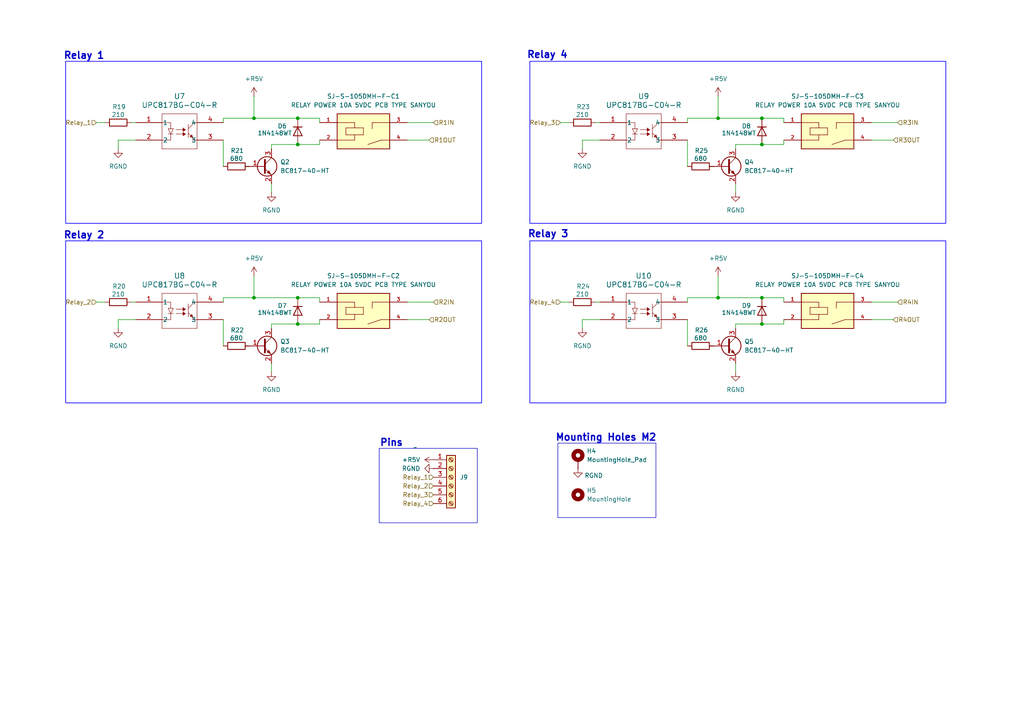
<source format=kicad_sch>
(kicad_sch (version 20231120) (generator "eeschema") (generator_version "8.0")
  (paper "A4")
  (title_block (title "Relays") (date "2025-05-20") (company "Mergened") (comment 1 "Designed by Oguzhan ESEN"))
  (lib_symbols
    (symbol "817:EL8171S1TU-G" (pin_names (offset 0.254))
      (property "Reference" "K" (at 12.7 12.7 0))
      (property "Value" "EL8171S1TU-G" (at 12.7 12.7 0))
      (symbol "EL8171S1TU-G_0_1"
        (polyline (pts (xy 7.62 -7.62) (xy 7.62 2.54)) (stroke (width 0.127)))
        (polyline (pts (xy 7.62 -7.62) (xy 17.78 -7.62)) (stroke (width 0.127)))
        (polyline (pts (xy 9.398 -3.302) (xy 10.922 -3.302)) (stroke (width 0.127)))
        (polyline (pts (xy 9.398 -1.778) (xy 10.16 -3.302)) (stroke (width 0.127)))
        (polyline (pts (xy 10.16 -5.08) (xy 7.62 -5.08)) (stroke (width 0.127)))
        (polyline (pts (xy 10.16 -3.302) (xy 10.16 -5.08)) (stroke (width 0.127)))
        (polyline (pts (xy 10.16 -3.302) (xy 10.922 -1.778)) (stroke (width 0.127)))
        (polyline (pts (xy 10.16 0) (xy 7.62 0)) (stroke (width 0.127)))
        (polyline (pts (xy 10.16 0) (xy 10.16 -1.778)) (stroke (width 0.127)))
        (polyline (pts (xy 10.922 -1.778) (xy 9.398 -1.778)) (stroke (width 0.127)))
        (polyline (pts (xy 11.684 -3.302) (xy 13.716 -3.302)) (stroke (width 0.127)))
        (polyline (pts (xy 11.684 -2.032) (xy 13.716 -2.032)) (stroke (width 0.127)))
        (polyline (pts (xy 15.24 -4.318) (xy 15.24 -0.508)) (stroke (width 0.127)))
        (polyline (pts (xy 15.24 -3.048) (xy 16.002 -3.81)) (stroke (width 0.127)))
        (polyline (pts (xy 15.24 -1.778) (xy 16.51 -0.508)) (stroke (width 0.127)))
        (polyline (pts (xy 16.51 -4.318) (xy 16.51 -5.08)) (stroke (width 0.127)))
        (polyline (pts (xy 16.51 -0.508) (xy 16.51 0)) (stroke (width 0.127)))
        (polyline (pts (xy 16.51 0) (xy 17.78 0)) (stroke (width 0.127)))
        (polyline (pts (xy 17.78 -5.08) (xy 16.51 -5.08)) (stroke (width 0.127)))
        (polyline (pts (xy 17.78 2.54) (xy 7.62 2.54)) (stroke (width 0.127)))
        (polyline (pts (xy 17.78 2.54) (xy 17.78 -7.62)) (stroke (width 0.127)))
        (polyline (pts (xy 13.716 -2.794) (xy 13.716 -3.81) (xy 14.478 -3.302)) (fill (type outline)))
        (polyline (pts (xy 13.716 -1.524) (xy 13.716 -2.54) (xy 14.478 -2.032)) (fill (type outline)))
        (polyline (pts (xy 16.4717 -4.3107) (xy 15.748 -4.064) (xy 16.256 -3.556) (xy 16.51 -4.318)) (fill (type outline)))
        (pin unspecified line (at 0 0 0) (length 7.62) (name "1") (number "1"))
        (pin unspecified line (at 0 -5.08 0) (length 7.62) (name "2") (number "2"))
        (pin unspecified line (at 25.4 -5.08 180) (length 7.62) (name "3") (number "3"))
        (pin unspecified line (at 25.4 0 180) (length 7.62) (name "4") (number "4"))
      )
    )
    (symbol "Connector:Screw_Terminal_01x06" (pin_names (offset 1.016) hide)
      (property "Reference" "J" (at 0 7.62 0))
      (property "Value" "Screw_Terminal_01x06" (at 0 -10.16 0))
      (symbol "Screw_Terminal_01x06_1_1"
        (rectangle (start -1.27 6.35) (end 1.27 -8.89) (stroke (width 0.254)) (fill (type background)))
        (circle (center 0 -7.62) (radius 0.635) (stroke (width 0.1524)))
        (circle (center 0 -5.08) (radius 0.635) (stroke (width 0.1524)))
        (circle (center 0 -2.54) (radius 0.635) (stroke (width 0.1524)))
        (polyline (pts (xy -0.5334 -7.2898) (xy 0.3302 -8.128)) (stroke (width 0.1524)))
        (polyline (pts (xy -0.5334 -4.7498) (xy 0.3302 -5.588)) (stroke (width 0.1524)))
        (polyline (pts (xy -0.5334 -2.2098) (xy 0.3302 -3.048)) (stroke (width 0.1524)))
        (polyline (pts (xy -0.5334 0.3302) (xy 0.3302 -0.508)) (stroke (width 0.1524)))
        (polyline (pts (xy -0.5334 2.8702) (xy 0.3302 2.032)) (stroke (width 0.1524)))
        (polyline (pts (xy -0.5334 5.4102) (xy 0.3302 4.572)) (stroke (width 0.1524)))
        (polyline (pts (xy -0.3556 -7.112) (xy 0.508 -7.9502)) (stroke (width 0.1524)))
        (polyline (pts (xy -0.3556 -4.572) (xy 0.508 -5.4102)) (stroke (width 0.1524)))
        (polyline (pts (xy -0.3556 -2.032) (xy 0.508 -2.8702)) (stroke (width 0.1524)))
        (polyline (pts (xy -0.3556 0.508) (xy 0.508 -0.3302)) (stroke (width 0.1524)))
        (polyline (pts (xy -0.3556 3.048) (xy 0.508 2.2098)) (stroke (width 0.1524)))
        (polyline (pts (xy -0.3556 5.588) (xy 0.508 4.7498)) (stroke (width 0.1524)))
        (circle (center 0 0) (radius 0.635) (stroke (width 0.1524)))
        (circle (center 0 2.54) (radius 0.635) (stroke (width 0.1524)))
        (circle (center 0 5.08) (radius 0.635) (stroke (width 0.1524)))
        (pin passive line (at -5.08 5.08 0) (length 3.81) (name "Pin_1") (number "1"))
        (pin passive line (at -5.08 2.54 0) (length 3.81) (name "Pin_2") (number "2"))
        (pin passive line (at -5.08 0 0) (length 3.81) (name "Pin_3") (number "3"))
        (pin passive line (at -5.08 -2.54 0) (length 3.81) (name "Pin_4") (number "4"))
        (pin passive line (at -5.08 -5.08 0) (length 3.81) (name "Pin_5") (number "5"))
        (pin passive line (at -5.08 -7.62 0) (length 3.81) (name "Pin_6") (number "6"))
      )
    )
    (symbol "Device:R" (pin_numbers hide) (pin_names (offset 0))
      (property "Reference" "R" (at 2.032 0 90))
      (property "Value" "R" (at 0 0 90))
      (symbol "R_0_1"
        (rectangle (start -1.016 -2.54) (end 1.016 2.54) (stroke (width 0.254)))
      )
      (symbol "R_1_1"
        (pin passive line (at 0 3.81 270) (length 1.27) (name "~") (number "1"))
        (pin passive line (at 0 -3.81 90) (length 1.27) (name "~") (number "2"))
      )
    )
    (symbol "Diode:1N4148WT" (pin_numbers hide) (pin_names hide)
      (property "Reference" "D" (at 0 2.54 0))
      (property "Value" "1N4148WT" (at 0 -2.54 0))
      (symbol "1N4148WT_0_1"
        (polyline (pts (xy -1.27 1.27) (xy -1.27 -1.27)) (stroke (width 0.254)))
        (polyline (pts (xy 1.27 0) (xy -1.27 0)))
        (polyline (pts (xy 1.27 1.27) (xy 1.27 -1.27) (xy -1.27 0) (xy 1.27 1.27)) (stroke (width 0.254)))
      )
      (symbol "1N4148WT_1_1"
        (pin passive line (at -3.81 0 0) (length 2.54) (name "K") (number "1"))
        (pin passive line (at 3.81 0 180) (length 2.54) (name "A") (number "2"))
      )
    )
    (symbol "Mechanical:MountingHole" (pin_names (offset 1.016)) (exclude_from_sim yes) (in_bom no)
      (property "Reference" "H" (at 0 5.08 0))
      (property "Value" "MountingHole" (at 0 3.175 0))
      (symbol "MountingHole_0_1"
        (circle (center 0 0) (radius 1.27) (stroke (width 1.27)))
      )
    )
    (symbol "Mechanical:MountingHole_Pad" (pin_numbers hide) (pin_names (offset 1.016) hide) (exclude_from_sim yes) (in_bom no)
      (property "Reference" "H" (at 0 6.35 0))
      (property "Value" "MountingHole_Pad" (at 0 4.445 0))
      (symbol "MountingHole_Pad_0_1"
        (circle (center 0 1.27) (radius 1.27) (stroke (width 1.27)))
      )
      (symbol "MountingHole_Pad_1_1"
        (pin input line (at 0 -2.54 90) (length 2.54) (name "1") (number "1"))
      )
    )
    (symbol "Transistor_BJT:BC817" (pin_names (offset 0) hide)
      (property "Reference" "Q" (at 5.08 1.905 0))
      (property "Value" "BC817" (at 5.08 0 0))
      (symbol "BC817_0_1"
        (polyline (pts (xy 0.635 0.635) (xy 2.54 2.54)))
        (polyline (pts (xy 0.635 -0.635) (xy 2.54 -2.54) (xy 2.54 -2.54)))
        (polyline (pts (xy 0.635 1.905) (xy 0.635 -1.905) (xy 0.635 -1.905)) (stroke (width 0.508)))
        (polyline (pts (xy 1.27 -1.778) (xy 1.778 -1.27) (xy 2.286 -2.286) (xy 1.27 -1.778) (xy 1.27 -1.778)) (fill (type outline)))
        (circle (center 1.27 0) (radius 2.8194) (stroke (width 0.254)))
      )
      (symbol "BC817_1_1"
        (pin input line (at -5.08 0 0) (length 5.715) (name "B") (number "1"))
        (pin passive line (at 2.54 -5.08 90) (length 2.54) (name "E") (number "2"))
        (pin passive line (at 2.54 5.08 270) (length 2.54) (name "C") (number "3"))
      )
    )
    (symbol "power:+5V" (power) (pin_numbers hide) (pin_names (offset 0) hide)
      (property "Value" "+5V" (at 0 3.556 0))
      (symbol "+5V_0_1"
        (polyline (pts (xy -0.762 1.27) (xy 0 2.54)))
        (polyline (pts (xy 0 0) (xy 0 2.54)))
        (polyline (pts (xy 0 2.54) (xy 0.762 1.27)))
      )
      (symbol "+5V_1_1"
        (pin power_in line (at 0 0 90) (length 0) (name "~") (number "1"))
      )
    )
    (symbol "power:GND" (power) (pin_numbers hide) (pin_names (offset 0) hide)
      (property "Value" "GND" (at 0 -3.81 0))
      (symbol "GND_0_1"
        (polyline (pts (xy 0 0) (xy 0 -1.27) (xy 1.27 -1.27) (xy 0 -2.54) (xy -1.27 -1.27) (xy 0 -1.27)))
      )
      (symbol "GND_1_1"
        (pin power_in line (at 0 0 270) (length 0) (name "~") (number "1"))
      )
    )
    (symbol "relay4pin:1-1393194-9" (pin_names (offset 1.016))
      (property "Reference" "K" (at -7.6342 5.8529 0))
      (property "Value" "1-1393194-9" (at -7.6286 -8.3914 0))
      (symbol "1-1393194-9_0_0"
        (rectangle (start -7.62 -5.08) (end 7.62 5.08) (stroke (width 0.254)) (fill (type background)))
        (polyline (pts (xy -7.62 -2.54) (xy -2.54 -2.54)) (stroke (width 0.1524)))
        (polyline (pts (xy -7.62 2.54) (xy -2.54 2.54)) (stroke (width 0.1524)))
        (polyline (pts (xy -5.08 -1.016) (xy -5.08 1.016)) (stroke (width 0.1524)))
        (polyline (pts (xy -5.08 1.016) (xy -2.54 1.016)) (stroke (width 0.1524)))
        (polyline (pts (xy -2.54 -2.54) (xy -2.54 -1.016)) (stroke (width 0.1524)))
        (polyline (pts (xy -2.54 -1.016) (xy -5.08 -1.016)) (stroke (width 0.1524)))
        (polyline (pts (xy -2.54 1.016) (xy 0 1.016)) (stroke (width 0.1524)))
        (polyline (pts (xy -2.54 2.54) (xy -2.54 1.016)) (stroke (width 0.1524)))
        (polyline (pts (xy 0 -1.016) (xy -2.54 -1.016)) (stroke (width 0.1524)))
        (polyline (pts (xy 0 1.016) (xy 0 -1.016)) (stroke (width 0.1524)))
        (polyline (pts (xy 2.54 2.54) (xy 2.54 0.762)) (stroke (width 0.1524)))
        (polyline (pts (xy 5.08 -2.54) (xy 1.27 -3.81)) (stroke (width 0.1524)))
        (polyline (pts (xy 7.62 -2.54) (xy 5.08 -2.54)) (stroke (width 0.1524)))
        (polyline (pts (xy 7.62 2.54) (xy 2.54 2.54)) (stroke (width 0.1524)))
        (pin passive line (at -12.7 2.54 0) (length 5.08) (name "~") (number "1"))
        (pin passive line (at -12.7 -2.54 0) (length 5.08) (name "~") (number "2"))
        (pin passive line (at 12.7 2.54 180) (length 5.08) (name "~") (number "3"))
        (pin passive line (at 12.7 -2.54 180) (length 5.08) (name "~") (number "4"))
      )
    )
  )
  (junction (at 220.98 41.91))
  (junction (at 208.28 34.29))
  (junction (at 86.36 86.36))
  (junction (at 86.36 93.98))
  (junction (at 73.66 34.29))
  (junction (at 220.98 34.29))
  (junction (at 86.36 41.91))
  (junction (at 86.36 34.29))
  (junction (at 220.98 93.98))
  (junction (at 73.66 86.36))
  (junction (at 220.98 86.36))
  (junction (at 208.28 86.36))
  (wire (pts (xy 220.98 86.36) (xy 227.33 86.36)))
  (wire (pts (xy 78.74 105.41) (xy 78.74 107.95)))
  (wire (pts (xy 64.77 34.29) (xy 64.77 35.56)))
  (wire (pts (xy 227.33 93.98) (xy 227.33 92.71)))
  (wire (pts (xy 118.11 40.64) (xy 124.46 40.64)))
  (wire (pts (xy 173.99 92.71) (xy 168.91 92.71)))
  (wire (pts (xy 199.39 34.29) (xy 208.28 34.29)))
  (wire (pts (xy 86.36 34.29) (xy 92.71 34.29)))
  (wire (pts (xy 64.77 86.36) (xy 73.66 86.36)))
  (wire (pts (xy 213.36 53.34) (xy 213.36 55.88)))
  (wire (pts (xy 199.39 92.71) (xy 199.39 100.33)))
  (wire (pts (xy 220.98 93.98) (xy 213.36 93.98)))
  (wire (pts (xy 72.39 100.33) (xy 71.12 100.33)))
  (wire (pts (xy 252.73 40.64) (xy 259.08 40.64)))
  (wire (pts (xy 252.73 92.71) (xy 259.08 92.71)))
  (wire (pts (xy 64.77 92.71) (xy 64.77 100.33)))
  (wire (pts (xy 92.71 34.29) (xy 92.71 35.56)))
  (wire (pts (xy 38.1 87.63) (xy 39.37 87.63)))
  (wire (pts (xy 208.28 86.36) (xy 220.98 86.36)))
  (wire (pts (xy 27.94 87.63) (xy 30.48 87.63)))
  (wire (pts (xy 72.39 48.26) (xy 71.12 48.26)))
  (wire (pts (xy 213.36 41.91) (xy 213.36 43.18)))
  (wire (pts (xy 39.37 92.71) (xy 34.29 92.71)))
  (wire (pts (xy 118.11 87.63) (xy 125.73 87.63)))
  (wire (pts (xy 64.77 34.29) (xy 73.66 34.29)))
  (wire (pts (xy 213.36 105.41) (xy 213.36 107.95)))
  (wire (pts (xy 92.71 41.91) (xy 92.71 40.64)))
  (wire (pts (xy 39.37 40.64) (xy 34.29 40.64)))
  (wire (pts (xy 73.66 34.29) (xy 86.36 34.29)))
  (wire (pts (xy 73.66 34.29) (xy 73.66 27.94)))
  (wire (pts (xy 173.99 40.64) (xy 168.91 40.64)))
  (wire (pts (xy 227.33 41.91) (xy 220.98 41.91)))
  (wire (pts (xy 34.29 92.71) (xy 34.29 95.25)))
  (wire (pts (xy 38.1 35.56) (xy 39.37 35.56)))
  (wire (pts (xy 213.36 93.98) (xy 213.36 95.25)))
  (wire (pts (xy 207.01 100.33) (xy 205.74 100.33)))
  (wire (pts (xy 220.98 34.29) (xy 227.33 34.29)))
  (wire (pts (xy 34.29 40.64) (xy 34.29 43.18)))
  (wire (pts (xy 208.28 34.29) (xy 220.98 34.29)))
  (wire (pts (xy 199.39 34.29) (xy 199.39 35.56)))
  (wire (pts (xy 78.74 93.98) (xy 78.74 95.25)))
  (wire (pts (xy 227.33 41.91) (xy 227.33 40.64)))
  (wire (pts (xy 227.33 34.29) (xy 227.33 35.56)))
  (wire (pts (xy 78.74 41.91) (xy 78.74 43.18)))
  (wire (pts (xy 199.39 86.36) (xy 208.28 86.36)))
  (wire (pts (xy 86.36 93.98) (xy 78.74 93.98)))
  (wire (pts (xy 92.71 93.98) (xy 86.36 93.98)))
  (wire (pts (xy 64.77 86.36) (xy 64.77 87.63)))
  (wire (pts (xy 208.28 86.36) (xy 208.28 80.01)))
  (wire (pts (xy 162.56 35.56) (xy 165.1 35.56)))
  (wire (pts (xy 227.33 86.36) (xy 227.33 87.63)))
  (wire (pts (xy 118.11 35.56) (xy 125.73 35.56)))
  (wire (pts (xy 168.91 40.64) (xy 168.91 43.18)))
  (wire (pts (xy 252.73 35.56) (xy 260.35 35.56)))
  (wire (pts (xy 118.11 92.71) (xy 124.46 92.71)))
  (wire (pts (xy 86.36 86.36) (xy 92.71 86.36)))
  (wire (pts (xy 64.77 40.64) (xy 64.77 48.26)))
  (wire (pts (xy 73.66 86.36) (xy 73.66 80.01)))
  (wire (pts (xy 199.39 86.36) (xy 199.39 87.63)))
  (wire (pts (xy 86.36 41.91) (xy 78.74 41.91)))
  (wire (pts (xy 172.72 87.63) (xy 173.99 87.63)))
  (wire (pts (xy 168.91 92.71) (xy 168.91 95.25)))
  (wire (pts (xy 78.74 53.34) (xy 78.74 55.88)))
  (wire (pts (xy 227.33 93.98) (xy 220.98 93.98)))
  (wire (pts (xy 172.72 35.56) (xy 173.99 35.56)))
  (wire (pts (xy 162.56 87.63) (xy 165.1 87.63)))
  (wire (pts (xy 207.01 48.26) (xy 205.74 48.26)))
  (wire (pts (xy 92.71 93.98) (xy 92.71 92.71)))
  (wire (pts (xy 92.71 86.36) (xy 92.71 87.63)))
  (wire (pts (xy 27.94 35.56) (xy 30.48 35.56)))
  (wire (pts (xy 92.71 41.91) (xy 86.36 41.91)))
  (wire (pts (xy 252.73 87.63) (xy 260.35 87.63)))
  (wire (pts (xy 73.66 86.36) (xy 86.36 86.36)))
  (wire (pts (xy 220.98 41.91) (xy 213.36 41.91)))
  (wire (pts (xy 199.39 40.64) (xy 199.39 48.26)))
  (wire (pts (xy 208.28 34.29) (xy 208.28 27.94)))
  (rectangle (start 153.67 17.78) (end 274.32 64.77) (stroke (width 0.2) (color 10 0 255 1)))
  (rectangle (start 19.05 69.85) (end 139.7 116.84) (stroke (width 0.2) (color 10 0 255 1)))
  (rectangle (start 19.05 17.78) (end 139.7 64.77) (stroke (width 0.2) (color 10 0 255 1)))
  (rectangle (start 161.798 128.524) (end 190.246 150.114))
  (rectangle (start 109.982 130.048) (end 138.43 151.638))
  (rectangle (start 153.67 69.85) (end 274.32 116.84) (stroke (width 0.2) (color 10 0 255 1)))
  (text "Pins" (at 113.538 128.524 0) (effects (font (size 2 2) (thickness 0.4) (bold yes))))
  (text "Relay 3\n\n" (at 159.004 69.596 0) (effects (font (size 2 2) (thickness 0.4) (bold yes))))
  (text "Relay 4\n" (at 158.75 16.002 0) (effects (font (size 2 2) (thickness 0.4) (bold yes))))
  (text "Mounting Holes M2\n" (at 175.768 127 0) (effects (font (size 2 2) (thickness 0.4) (bold yes))))
  (text "Relay 2\n" (at 24.384 68.326 0) (effects (font (size 2 2) (thickness 0.4) (bold yes))))
  (text "Relay 1\n" (at 24.384 16.256 0) (effects (font (size 2 2) (thickness 0.4) (bold yes))))
  (hierarchical_label "R4IN" (shape input) (at 260.35 87.63 0))
  (hierarchical_label "Relay_4" (shape input) (at 162.56 87.63 180))
  (hierarchical_label "R4OUT" (shape input) (at 259.08 92.71 0))
  (hierarchical_label "R1IN" (shape input) (at 125.73 35.56 0))
  (hierarchical_label "R1OUT" (shape input) (at 124.46 40.64 0))
  (hierarchical_label "R3OUT" (shape input) (at 259.08 40.64 0))
  (hierarchical_label "R2IN" (shape input) (at 125.73 87.63 0))
  (hierarchical_label "R3IN" (shape input) (at 260.35 35.56 0))
  (hierarchical_label "Relay_1" (shape input) (at 27.94 35.56 180))
  (hierarchical_label "R2OUT" (shape input) (at 124.46 92.71 0))
  (hierarchical_label "Relay_2" (shape input) (at 125.73 140.97 180))
  (hierarchical_label "Relay_1" (shape input) (at 125.73 138.43 180))
  (hierarchical_label "Relay_2" (shape input) (at 27.94 87.63 180))
  (hierarchical_label "Relay_4" (shape input) (at 125.73 146.05 180))
  (hierarchical_label "Relay_3" (shape input) (at 162.56 35.56 180))
  (hierarchical_label "Relay_3" (shape input) (at 125.73 143.51 180))
  (symbol (lib_id "Device:R") (at 68.58 100.33 90) (unit 1)
    (property "Reference" "R22" (at 68.834 95.758 90))
    (property "Value" "680" (at 68.58 98.044 90))
    (property "Footprint" "Resistor_SMD:R_0603_1608Metric_Pad0.98x0.95mm_HandSolder" (effects (hide yes)))
    (property "Description" "Resistor" (effects (hide yes)))
    (property "DigiKey" "  311-210HRTR-ND" (effects (hide yes)))
    (property "OZDISAN" "0603SAF6800T5E" (effects (hide yes)))
  )
  (symbol (lib_id "power:GND") (at 213.36 107.95 0) (unit 1)
    (property "Reference" "#PWR054" (effects (hide yes)))
    (property "Value" "RGND" (at 213.36 113.03 0))
    (property "Description" "Power symbol creates a global label with name \"GND\" , ground" (effects (hide yes)))
  )
  (symbol (lib_id "Device:R") (at 34.29 35.56 90) (unit 1)
    (property "Reference" "R19" (at 34.544 30.988 90))
    (property "Value" "210" (at 34.29 33.274 90))
    (property "Footprint" "Resistor_SMD:R_0603_1608Metric_Pad0.98x0.95mm_HandSolder" (effects (hide yes)))
    (property "Description" "Resistor" (effects (hide yes)))
    (property "OZDISAN" "0603SAF2100T5E" (effects (hide yes)))
  )
  (symbol (lib_id "817:EL8171S1TU-G") (at 173.99 35.56 0) (unit 1)
    (property "Reference" "U9" (at 186.69 27.94 0) (effects (font (size 1.524 1.524))))
    (property "Value" "UPC817BG-C04-R" (at 186.69 30.48 0) (effects (font (size 1.524 1.524))))
    (property "Footprint" "mergened_footprints:EL8171-S1-TU_EVE" (effects (hide yes)))
    (property "Datasheet" "http://www.everlight.com/file/ProductFile/EL817.pdf" (effects (hide yes)))
    (property "Description" "IC-817 OPTOISO TRANS AC INPUT 5000V SO4" (effects (hide yes)))
    (property "OZDISAN" "UPC817BG-C04-R" (effects (hide yes)))
  )
  (symbol (lib_id "power:+5V") (at 208.28 80.01 0) (unit 1)
    (property "Reference" "#PWR052" (effects (hide yes)))
    (property "Value" "+R5V" (at 208.28 74.93 0))
    (property "Description" "Power symbol creates a global label with name \"+5V\"" (effects (hide yes)))
  )
  (symbol (lib_id "Transistor_BJT:BC817") (at 210.82 48.26 0) (unit 1)
    (property "Reference" "Q4" (at 215.9 46.9899 0) (effects (justify left)))
    (property "Value" "BC817-40-HT" (at 215.9 49.5299 0) (effects (justify left)))
    (property "Footprint" "Package_TO_SOT_SMD:SOT-23" (effects (hide yes)))
    (property "Datasheet" "https://www.onsemi.com/pub/Collateral/BC818-D.pdf" (effects (hide yes)))
    (property "Description" "0.8A Ic, 45V Vce, NPN Transistor, SOT-23" (effects (hide yes)))
    (property "OZDISAN" "BC817-40-HT" (effects (hide yes)))
  )
  (symbol (lib_id "Transistor_BJT:BC817") (at 76.2 100.33 0) (unit 1)
    (property "Reference" "Q3" (at 81.28 99.0599 0) (effects (justify left)))
    (property "Value" "BC817-40-HT" (at 81.28 101.5999 0) (effects (justify left)))
    (property "Footprint" "Package_TO_SOT_SMD:SOT-23" (effects (hide yes)))
    (property "Datasheet" "https://www.onsemi.com/pub/Collateral/BC818-D.pdf" (effects (hide yes)))
    (property "Description" "0.8A Ic, 45V Vce, NPN Transistor, SOT-23" (effects (hide yes)))
    (property "OZDISAN" "BC817-40-HT" (effects (hide yes)))
  )
  (symbol (lib_id "Diode:1N4148WT") (at 86.36 90.17 270) (unit 1)
    (property "Reference" "D7" (at 80.518 88.646 90) (effects (justify left)))
    (property "Value" "1N4148WT" (at 74.676 90.678 90) (effects (justify left)))
    (property "Footprint" "Diode_SMD:D_SOD-523" (effects (hide yes)))
    (property "Datasheet" "https://www.diodes.com/assets/Datasheets/ds30396.pdf" (effects (hide yes)))
    (property "Description" "75V 0.15A Fast switching Diode, SOD-523" (effects (hide yes)))
    (property "Sim.Device" "D" (effects (hide yes)))
    (property "Sim.Pins" "1=K 2=A" (effects (hide yes)))
    (property "OZDISAN" "1N4148WT" (effects (hide yes)))
  )
  (symbol (lib_id "Device:R") (at 203.2 48.26 90) (unit 1)
    (property "Reference" "R25" (at 203.454 43.688 90))
    (property "Value" "680" (at 203.2 45.974 90))
    (property "Footprint" "Resistor_SMD:R_0603_1608Metric_Pad0.98x0.95mm_HandSolder" (effects (hide yes)))
    (property "Description" "Resistor" (effects (hide yes)))
    (property "DigiKey" "  311-210HRTR-ND" (effects (hide yes)))
    (property "OZDISAN" "0603SAF6800T5E" (effects (hide yes)))
  )
  (symbol (lib_id "relay4pin:1-1393194-9") (at 240.03 38.1 0) (unit 1)
    (property "Reference" "SJ-S-105DMH-F-C3" (at 240.03 27.94 0))
    (property "Value" "RELAY POWER 10A 5VDC PCB TYPE SANYOU" (at 240.03 30.48 0))
    (property "Footprint" "footprints:Relay4Pin" (effects (hide yes)))
    (property "OZDISAN" "SJ-S-105DMH-F-C1" (effects (hide yes)))
  )
  (symbol (lib_id "Connector:Screw_Terminal_01x06") (at 130.81 138.43 0) (unit 1)
    (property "Reference" "J9" (at 133.35 138.4299 0) (effects (justify left)))
    (property "Value" "~" (at 119.888 129.794 0) (effects (justify left)))
    (property "Footprint" "Connector_Hirose:Hirose_DF13-06P-1.25DSA_1x06_P1.25mm_Vertical" (effects (hide yes)))
    (property "Description" "Generic screw terminal, single row, 01x06, script generated (kicad-library-utils/schlib/autogen/connector/)" (effects (hide yes)))
    (property "OZDISAN" "4573-06MTSB" (effects (hide yes)))
  )
  (symbol (lib_id "power:GND") (at 34.29 95.25 0) (unit 1)
    (property "Reference" "#PWR041" (effects (hide yes)))
    (property "Value" "RGND" (at 34.29 100.33 0))
    (property "Description" "Power symbol creates a global label with name \"GND\" , ground" (effects (hide yes)))
  )
  (symbol (lib_id "Mechanical:MountingHole") (at 167.64 143.51 0) (unit 1) (exclude_from_sim yes) (in_bom no)
    (property "Reference" "H5" (at 170.18 142.2399 0) (effects (justify left)))
    (property "Value" "MountingHole" (at 170.18 144.7799 0) (effects (justify left)))
    (property "Footprint" "MountingHole:MountingHole_2.2mm_M2_DIN965_Pad" (effects (hide yes)))
    (property "Description" "Mounting Hole without connection" (effects (hide yes)))
  )
  (symbol (lib_id "817:EL8171S1TU-G") (at 39.37 35.56 0) (unit 1)
    (property "Reference" "U7" (at 52.07 27.94 0) (effects (font (size 1.524 1.524))))
    (property "Value" "UPC817BG-C04-R" (at 52.07 30.48 0) (effects (font (size 1.524 1.524))))
    (property "Footprint" "mergened_footprints:EL8171-S1-TU_EVE" (effects (hide yes)))
    (property "Datasheet" "http://www.everlight.com/file/ProductFile/EL817.pdf" (effects (hide yes)))
    (property "Description" "IC-817 OPTOISO TRANS AC INPUT 5000V SO4" (effects (hide yes)))
    (property "OZDISAN" "UPC817BG-C04-R" (effects (hide yes)))
  )
  (symbol (lib_id "Diode:1N4148WT") (at 220.98 90.17 270) (unit 1)
    (property "Reference" "D9" (at 215.138 88.646 90) (effects (justify left)))
    (property "Value" "1N4148WT" (at 209.296 90.678 90) (effects (justify left)))
    (property "Footprint" "Diode_SMD:D_SOD-523" (effects (hide yes)))
    (property "Datasheet" "https://www.diodes.com/assets/Datasheets/ds30396.pdf" (effects (hide yes)))
    (property "Description" "75V 0.15A Fast switching Diode, SOD-523" (effects (hide yes)))
    (property "Sim.Device" "D" (effects (hide yes)))
    (property "Sim.Pins" "1=K 2=A" (effects (hide yes)))
    (property "OZDISAN" "1N4148WT" (effects (hide yes)))
  )
  (symbol (lib_id "relay4pin:1-1393194-9") (at 105.41 90.17 0) (unit 1)
    (property "Reference" "SJ-S-105DMH-F-C2" (at 105.41 80.01 0))
    (property "Value" "RELAY POWER 10A 5VDC PCB TYPE SANYOU" (at 105.41 82.55 0))
    (property "Footprint" "footprints:Relay4Pin" (effects (hide yes)))
    (property "OZDISAN" "SJ-S-105DMH-F-C1" (effects (hide yes)))
  )
  (symbol (lib_id "Transistor_BJT:BC817") (at 76.2 48.26 0) (unit 1)
    (property "Reference" "Q2" (at 81.28 46.9899 0) (effects (justify left)))
    (property "Value" "BC817-40-HT" (at 81.28 49.5299 0) (effects (justify left)))
    (property "Footprint" "Package_TO_SOT_SMD:SOT-23" (effects (hide yes)))
    (property "Datasheet" "https://www.onsemi.com/pub/Collateral/BC818-D.pdf" (effects (hide yes)))
    (property "Description" "0.8A Ic, 45V Vce, NPN Transistor, SOT-23" (effects (hide yes)))
    (property "OZDISAN" "BC817-40-HT" (effects (hide yes)))
  )
  (symbol (lib_id "Transistor_BJT:BC817") (at 210.82 100.33 0) (unit 1)
    (property "Reference" "Q5" (at 215.9 99.0599 0) (effects (justify left)))
    (property "Value" "BC817-40-HT" (at 215.9 101.5999 0) (effects (justify left)))
    (property "Footprint" "Package_TO_SOT_SMD:SOT-23" (effects (hide yes)))
    (property "Datasheet" "https://www.onsemi.com/pub/Collateral/BC818-D.pdf" (effects (hide yes)))
    (property "Description" "0.8A Ic, 45V Vce, NPN Transistor, SOT-23" (effects (hide yes)))
    (property "OZDISAN" "BC817-40-HT" (effects (hide yes)))
  )
  (symbol (lib_id "power:GND") (at 78.74 107.95 0) (unit 1)
    (property "Reference" "#PWR045" (effects (hide yes)))
    (property "Value" "RGND" (at 78.74 113.03 0))
    (property "Description" "Power symbol creates a global label with name \"GND\" , ground" (effects (hide yes)))
  )
  (symbol (lib_id "relay4pin:1-1393194-9") (at 105.41 38.1 0) (unit 1)
    (property "Reference" "SJ-S-105DMH-F-C1" (at 105.41 27.94 0))
    (property "Value" "RELAY POWER 10A 5VDC PCB TYPE SANYOU" (at 105.41 30.48 0))
    (property "Footprint" "footprints:Relay4Pin" (effects (hide yes)))
    (property "OZDISAN" "SJ-S-105DMH-F-C1" (effects (hide yes)))
  )
  (symbol (lib_id "Device:R") (at 168.91 87.63 90) (unit 1)
    (property "Reference" "R24" (at 169.164 83.058 90))
    (property "Value" "210" (at 168.91 85.344 90))
    (property "Footprint" "Resistor_SMD:R_0603_1608Metric_Pad0.98x0.95mm_HandSolder" (effects (hide yes)))
    (property "Description" "Resistor" (effects (hide yes)))
    (property "OZDISAN" "0603SAF2100T5E" (effects (hide yes)))
  )
  (symbol (lib_id "power:GND") (at 78.74 55.88 0) (unit 1)
    (property "Reference" "#PWR044" (effects (hide yes)))
    (property "Value" "RGND" (at 78.74 60.96 0))
    (property "Description" "Power symbol creates a global label with name \"GND\" , ground" (effects (hide yes)))
  )
  (symbol (lib_id "Device:R") (at 203.2 100.33 90) (unit 1)
    (property "Reference" "R26" (at 203.454 95.758 90))
    (property "Value" "680" (at 203.2 98.044 90))
    (property "Footprint" "Resistor_SMD:R_0603_1608Metric_Pad0.98x0.95mm_HandSolder" (effects (hide yes)))
    (property "Description" "Resistor" (effects (hide yes)))
    (property "DigiKey" "  311-210HRTR-ND" (effects (hide yes)))
    (property "OZDISAN" "0603SAF6800T5E" (effects (hide yes)))
  )
  (symbol (lib_id "power:GND") (at 168.91 43.18 0) (unit 1)
    (property "Reference" "#PWR048" (effects (hide yes)))
    (property "Value" "RGND" (at 168.91 48.26 0))
    (property "Description" "Power symbol creates a global label with name \"GND\" , ground" (effects (hide yes)))
  )
  (symbol (lib_id "relay4pin:1-1393194-9") (at 240.03 90.17 0) (unit 1)
    (property "Reference" "SJ-S-105DMH-F-C4" (at 240.03 80.01 0))
    (property "Value" "RELAY POWER 10A 5VDC PCB TYPE SANYOU" (at 240.03 82.55 0))
    (property "Footprint" "footprints:Relay4Pin" (effects (hide yes)))
    (property "OZDISAN" "SJ-S-105DMH-F-C1" (effects (hide yes)))
  )
  (symbol (lib_id "Diode:1N4148WT") (at 86.36 38.1 270) (unit 1)
    (property "Reference" "D6" (at 80.518 36.576 90) (effects (justify left)))
    (property "Value" "1N4148WT" (at 74.676 38.608 90) (effects (justify left)))
    (property "Footprint" "Diode_SMD:D_SOD-523" (effects (hide yes)))
    (property "Datasheet" "https://www.diodes.com/assets/Datasheets/ds30396.pdf" (effects (hide yes)))
    (property "Description" "75V 0.15A Fast switching Diode, SOD-523" (effects (hide yes)))
    (property "Sim.Device" "D" (effects (hide yes)))
    (property "Sim.Pins" "1=K 2=A" (effects (hide yes)))
    (property "OZDISAN" "1N4148WT" (effects (hide yes)))
  )
  (symbol (lib_id "power:GND") (at 167.64 135.89 0) (unit 1)
    (property "Reference" "#PWR050" (effects (hide yes)))
    (property "Value" "RGND" (at 172.212 137.922 0))
    (property "Description" "Power symbol creates a global label with name \"GND\" , ground" (effects (hide yes)))
  )
  (symbol (lib_id "power:GND") (at 168.91 95.25 0) (unit 1)
    (property "Reference" "#PWR049" (effects (hide yes)))
    (property "Value" "RGND" (at 168.91 100.33 0))
    (property "Description" "Power symbol creates a global label with name \"GND\" , ground" (effects (hide yes)))
  )
  (symbol (lib_id "Device:R") (at 68.58 48.26 90) (unit 1)
    (property "Reference" "R21" (at 68.834 43.688 90))
    (property "Value" "680" (at 68.58 45.974 90))
    (property "Footprint" "Resistor_SMD:R_0603_1608Metric_Pad0.98x0.95mm_HandSolder" (effects (hide yes)))
    (property "Description" "Resistor" (effects (hide yes)))
    (property "DigiKey" "  311-210HRTR-ND" (effects (hide yes)))
    (property "OZDISAN" "0603SAF6800T5E" (effects (hide yes)))
  )
  (symbol (lib_id "power:+5V") (at 125.73 133.35 90) (unit 1)
    (property "Reference" "#PWR046" (effects (hide yes)))
    (property "Value" "+R5V" (at 121.92 133.3499 90) (effects (justify left)))
    (property "Description" "Power symbol creates a global label with name \"+5V\"" (effects (hide yes)))
  )
  (symbol (lib_id "Device:R") (at 168.91 35.56 90) (unit 1)
    (property "Reference" "R23" (at 169.164 30.988 90))
    (property "Value" "210" (at 168.91 33.274 90))
    (property "Footprint" "Resistor_SMD:R_0603_1608Metric_Pad0.98x0.95mm_HandSolder" (effects (hide yes)))
    (property "Description" "Resistor" (effects (hide yes)))
    (property "OZDISAN" "0603SAF2100T5E" (effects (hide yes)))
  )
  (symbol (lib_id "Mechanical:MountingHole_Pad") (at 167.64 133.35 0) (unit 1) (exclude_from_sim yes) (in_bom no)
    (property "Reference" "H4" (at 170.18 130.8099 0) (effects (justify left)))
    (property "Value" "MountingHole_Pad" (at 170.18 133.3499 0) (effects (justify left)))
    (property "Footprint" "MountingHole:MountingHole_2.2mm_M2_DIN965_Pad" (effects (hide yes)))
    (property "Description" "Mounting Hole with connection" (effects (hide yes)))
  )
  (symbol (lib_id "Diode:1N4148WT") (at 220.98 38.1 270) (unit 1)
    (property "Reference" "D8" (at 215.138 36.576 90) (effects (justify left)))
    (property "Value" "1N4148WT" (at 209.296 38.608 90) (effects (justify left)))
    (property "Footprint" "Diode_SMD:D_SOD-523" (effects (hide yes)))
    (property "Datasheet" "https://www.diodes.com/assets/Datasheets/ds30396.pdf" (effects (hide yes)))
    (property "Description" "75V 0.15A Fast switching Diode, SOD-523" (effects (hide yes)))
    (property "Sim.Device" "D" (effects (hide yes)))
    (property "Sim.Pins" "1=K 2=A" (effects (hide yes)))
    (property "OZDISAN" "1N4148WT" (effects (hide yes)))
  )
  (symbol (lib_id "817:EL8171S1TU-G") (at 39.37 87.63 0) (unit 1)
    (property "Reference" "U8" (at 52.07 80.01 0) (effects (font (size 1.524 1.524))))
    (property "Value" "UPC817BG-C04-R" (at 52.07 82.55 0) (effects (font (size 1.524 1.524))))
    (property "Footprint" "mergened_footprints:EL8171-S1-TU_EVE" (effects (hide yes)))
    (property "Datasheet" "http://www.everlight.com/file/ProductFile/EL817.pdf" (effects (hide yes)))
    (property "Description" "IC-817 OPTOISO TRANS AC INPUT 5000V SO4" (effects (hide yes)))
    (property "OZDISAN" "UPC817BG-C04-R" (effects (hide yes)))
  )
  (symbol (lib_id "power:+5V") (at 73.66 27.94 0) (unit 1)
    (property "Reference" "#PWR042" (effects (hide yes)))
    (property "Value" "+R5V" (at 73.66 22.86 0))
    (property "Description" "Power symbol creates a global label with name \"+5V\"" (effects (hide yes)))
  )
  (symbol (lib_id "power:+5V") (at 73.66 80.01 0) (unit 1)
    (property "Reference" "#PWR043" (effects (hide yes)))
    (property "Value" "+R5V" (at 73.66 74.93 0))
    (property "Description" "Power symbol creates a global label with name \"+5V\"" (effects (hide yes)))
  )
  (symbol (lib_id "power:+5V") (at 208.28 27.94 0) (unit 1)
    (property "Reference" "#PWR051" (effects (hide yes)))
    (property "Value" "+R5V" (at 208.28 22.86 0))
    (property "Description" "Power symbol creates a global label with name \"+5V\"" (effects (hide yes)))
  )
  (symbol (lib_id "power:GND") (at 213.36 55.88 0) (unit 1)
    (property "Reference" "#PWR053" (effects (hide yes)))
    (property "Value" "RGND" (at 213.36 60.96 0))
    (property "Description" "Power symbol creates a global label with name \"GND\" , ground" (effects (hide yes)))
  )
  (symbol (lib_id "Device:R") (at 34.29 87.63 90) (unit 1)
    (property "Reference" "R20" (at 34.544 83.058 90))
    (property "Value" "210" (at 34.29 85.344 90))
    (property "Footprint" "Resistor_SMD:R_0603_1608Metric_Pad0.98x0.95mm_HandSolder" (effects (hide yes)))
    (property "Description" "Resistor" (effects (hide yes)))
    (property "OZDISAN" "0603SAF2100T5E" (effects (hide yes)))
  )
  (symbol (lib_id "power:GND") (at 34.29 43.18 0) (unit 1)
    (property "Reference" "#PWR040" (effects (hide yes)))
    (property "Value" "RGND" (at 34.29 48.26 0))
    (property "Description" "Power symbol creates a global label with name \"GND\" , ground" (effects (hide yes)))
  )
  (symbol (lib_id "817:EL8171S1TU-G") (at 173.99 87.63 0) (unit 1)
    (property "Reference" "U10" (at 186.69 80.01 0) (effects (font (size 1.524 1.524))))
    (property "Value" "UPC817BG-C04-R" (at 186.69 82.55 0) (effects (font (size 1.524 1.524))))
    (property "Footprint" "mergened_footprints:EL8171-S1-TU_EVE" (effects (hide yes)))
    (property "Datasheet" "http://www.everlight.com/file/ProductFile/EL817.pdf" (effects (hide yes)))
    (property "Description" "IC-817 OPTOISO TRANS AC INPUT 5000V SO4" (effects (hide yes)))
    (property "OZDISAN" "UPC817BG-C04-R" (effects (hide yes)))
  )
  (symbol (lib_id "power:GND") (at 125.73 135.89 270) (unit 1)
    (property "Reference" "#PWR047" (effects (hide yes)))
    (property "Value" "RGND" (at 121.92 135.8899 90) (effects (justify right)))
    (property "Description" "Power symbol creates a global label with name \"GND\" , ground" (effects (hide yes)))
  )
)
</source>
